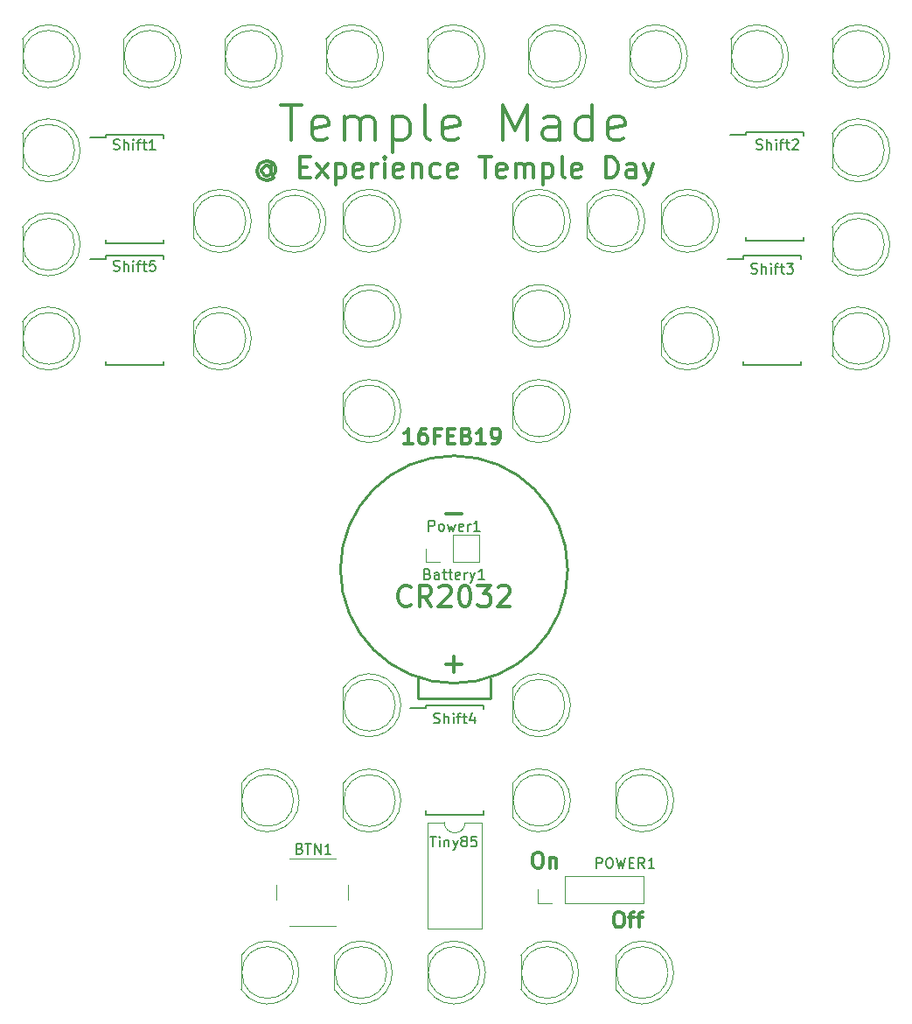
<source format=gbr>
G04 #@! TF.GenerationSoftware,KiCad,Pcbnew,(5.0.0)*
G04 #@! TF.CreationDate,2019-01-20T21:42:16-05:00*
G04 #@! TF.ProjectId,MiniTempleT,4D696E6954656D706C65542E6B696361,rev?*
G04 #@! TF.SameCoordinates,Original*
G04 #@! TF.FileFunction,Legend,Top*
G04 #@! TF.FilePolarity,Positive*
%FSLAX46Y46*%
G04 Gerber Fmt 4.6, Leading zero omitted, Abs format (unit mm)*
G04 Created by KiCad (PCBNEW (5.0.0)) date 01/20/19 21:42:16*
%MOMM*%
%LPD*%
G01*
G04 APERTURE LIST*
%ADD10C,0.300000*%
%ADD11C,0.350000*%
%ADD12C,0.120000*%
%ADD13C,0.250000*%
%ADD14C,0.150000*%
G04 APERTURE END LIST*
D10*
X167214285Y-95428571D02*
X166357142Y-95428571D01*
X166785714Y-95428571D02*
X166785714Y-93928571D01*
X166642857Y-94142857D01*
X166500000Y-94285714D01*
X166357142Y-94357142D01*
X168500000Y-93928571D02*
X168214285Y-93928571D01*
X168071428Y-94000000D01*
X168000000Y-94071428D01*
X167857142Y-94285714D01*
X167785714Y-94571428D01*
X167785714Y-95142857D01*
X167857142Y-95285714D01*
X167928571Y-95357142D01*
X168071428Y-95428571D01*
X168357142Y-95428571D01*
X168500000Y-95357142D01*
X168571428Y-95285714D01*
X168642857Y-95142857D01*
X168642857Y-94785714D01*
X168571428Y-94642857D01*
X168500000Y-94571428D01*
X168357142Y-94500000D01*
X168071428Y-94500000D01*
X167928571Y-94571428D01*
X167857142Y-94642857D01*
X167785714Y-94785714D01*
X169785714Y-94642857D02*
X169285714Y-94642857D01*
X169285714Y-95428571D02*
X169285714Y-93928571D01*
X170000000Y-93928571D01*
X170571428Y-94642857D02*
X171071428Y-94642857D01*
X171285714Y-95428571D02*
X170571428Y-95428571D01*
X170571428Y-93928571D01*
X171285714Y-93928571D01*
X172428571Y-94642857D02*
X172642857Y-94714285D01*
X172714285Y-94785714D01*
X172785714Y-94928571D01*
X172785714Y-95142857D01*
X172714285Y-95285714D01*
X172642857Y-95357142D01*
X172500000Y-95428571D01*
X171928571Y-95428571D01*
X171928571Y-93928571D01*
X172428571Y-93928571D01*
X172571428Y-94000000D01*
X172642857Y-94071428D01*
X172714285Y-94214285D01*
X172714285Y-94357142D01*
X172642857Y-94500000D01*
X172571428Y-94571428D01*
X172428571Y-94642857D01*
X171928571Y-94642857D01*
X174214285Y-95428571D02*
X173357142Y-95428571D01*
X173785714Y-95428571D02*
X173785714Y-93928571D01*
X173642857Y-94142857D01*
X173500000Y-94285714D01*
X173357142Y-94357142D01*
X174928571Y-95428571D02*
X175214285Y-95428571D01*
X175357142Y-95357142D01*
X175428571Y-95285714D01*
X175571428Y-95071428D01*
X175642857Y-94785714D01*
X175642857Y-94214285D01*
X175571428Y-94071428D01*
X175500000Y-94000000D01*
X175357142Y-93928571D01*
X175071428Y-93928571D01*
X174928571Y-94000000D01*
X174857142Y-94071428D01*
X174785714Y-94214285D01*
X174785714Y-94571428D01*
X174857142Y-94714285D01*
X174928571Y-94785714D01*
X175071428Y-94857142D01*
X175357142Y-94857142D01*
X175500000Y-94785714D01*
X175571428Y-94714285D01*
X175642857Y-94571428D01*
X153440476Y-68702380D02*
X153345238Y-68607142D01*
X153154761Y-68511904D01*
X152964285Y-68511904D01*
X152773809Y-68607142D01*
X152678571Y-68702380D01*
X152583333Y-68892857D01*
X152583333Y-69083333D01*
X152678571Y-69273809D01*
X152773809Y-69369047D01*
X152964285Y-69464285D01*
X153154761Y-69464285D01*
X153345238Y-69369047D01*
X153440476Y-69273809D01*
X153440476Y-68511904D02*
X153440476Y-69273809D01*
X153535714Y-69369047D01*
X153630952Y-69369047D01*
X153821428Y-69273809D01*
X153916666Y-69083333D01*
X153916666Y-68607142D01*
X153726190Y-68321428D01*
X153440476Y-68130952D01*
X153059523Y-68035714D01*
X152678571Y-68130952D01*
X152392857Y-68321428D01*
X152202380Y-68607142D01*
X152107142Y-68988095D01*
X152202380Y-69369047D01*
X152392857Y-69654761D01*
X152678571Y-69845238D01*
X153059523Y-69940476D01*
X153440476Y-69845238D01*
X153726190Y-69654761D01*
X156297619Y-68607142D02*
X156964285Y-68607142D01*
X157250000Y-69654761D02*
X156297619Y-69654761D01*
X156297619Y-67654761D01*
X157250000Y-67654761D01*
X157916666Y-69654761D02*
X158964285Y-68321428D01*
X157916666Y-68321428D02*
X158964285Y-69654761D01*
X159726190Y-68321428D02*
X159726190Y-70321428D01*
X159726190Y-68416666D02*
X159916666Y-68321428D01*
X160297619Y-68321428D01*
X160488095Y-68416666D01*
X160583333Y-68511904D01*
X160678571Y-68702380D01*
X160678571Y-69273809D01*
X160583333Y-69464285D01*
X160488095Y-69559523D01*
X160297619Y-69654761D01*
X159916666Y-69654761D01*
X159726190Y-69559523D01*
X162297619Y-69559523D02*
X162107142Y-69654761D01*
X161726190Y-69654761D01*
X161535714Y-69559523D01*
X161440476Y-69369047D01*
X161440476Y-68607142D01*
X161535714Y-68416666D01*
X161726190Y-68321428D01*
X162107142Y-68321428D01*
X162297619Y-68416666D01*
X162392857Y-68607142D01*
X162392857Y-68797619D01*
X161440476Y-68988095D01*
X163250000Y-69654761D02*
X163250000Y-68321428D01*
X163250000Y-68702380D02*
X163345238Y-68511904D01*
X163440476Y-68416666D01*
X163630952Y-68321428D01*
X163821428Y-68321428D01*
X164488095Y-69654761D02*
X164488095Y-68321428D01*
X164488095Y-67654761D02*
X164392857Y-67750000D01*
X164488095Y-67845238D01*
X164583333Y-67750000D01*
X164488095Y-67654761D01*
X164488095Y-67845238D01*
X166202380Y-69559523D02*
X166011904Y-69654761D01*
X165630952Y-69654761D01*
X165440476Y-69559523D01*
X165345238Y-69369047D01*
X165345238Y-68607142D01*
X165440476Y-68416666D01*
X165630952Y-68321428D01*
X166011904Y-68321428D01*
X166202380Y-68416666D01*
X166297619Y-68607142D01*
X166297619Y-68797619D01*
X165345238Y-68988095D01*
X167154761Y-68321428D02*
X167154761Y-69654761D01*
X167154761Y-68511904D02*
X167250000Y-68416666D01*
X167440476Y-68321428D01*
X167726190Y-68321428D01*
X167916666Y-68416666D01*
X168011904Y-68607142D01*
X168011904Y-69654761D01*
X169821428Y-69559523D02*
X169630952Y-69654761D01*
X169250000Y-69654761D01*
X169059523Y-69559523D01*
X168964285Y-69464285D01*
X168869047Y-69273809D01*
X168869047Y-68702380D01*
X168964285Y-68511904D01*
X169059523Y-68416666D01*
X169250000Y-68321428D01*
X169630952Y-68321428D01*
X169821428Y-68416666D01*
X171440476Y-69559523D02*
X171250000Y-69654761D01*
X170869047Y-69654761D01*
X170678571Y-69559523D01*
X170583333Y-69369047D01*
X170583333Y-68607142D01*
X170678571Y-68416666D01*
X170869047Y-68321428D01*
X171250000Y-68321428D01*
X171440476Y-68416666D01*
X171535714Y-68607142D01*
X171535714Y-68797619D01*
X170583333Y-68988095D01*
X173630952Y-67654761D02*
X174773809Y-67654761D01*
X174202380Y-69654761D02*
X174202380Y-67654761D01*
X176202380Y-69559523D02*
X176011904Y-69654761D01*
X175630952Y-69654761D01*
X175440476Y-69559523D01*
X175345238Y-69369047D01*
X175345238Y-68607142D01*
X175440476Y-68416666D01*
X175630952Y-68321428D01*
X176011904Y-68321428D01*
X176202380Y-68416666D01*
X176297619Y-68607142D01*
X176297619Y-68797619D01*
X175345238Y-68988095D01*
X177154761Y-69654761D02*
X177154761Y-68321428D01*
X177154761Y-68511904D02*
X177250000Y-68416666D01*
X177440476Y-68321428D01*
X177726190Y-68321428D01*
X177916666Y-68416666D01*
X178011904Y-68607142D01*
X178011904Y-69654761D01*
X178011904Y-68607142D02*
X178107142Y-68416666D01*
X178297619Y-68321428D01*
X178583333Y-68321428D01*
X178773809Y-68416666D01*
X178869047Y-68607142D01*
X178869047Y-69654761D01*
X179821428Y-68321428D02*
X179821428Y-70321428D01*
X179821428Y-68416666D02*
X180011904Y-68321428D01*
X180392857Y-68321428D01*
X180583333Y-68416666D01*
X180678571Y-68511904D01*
X180773809Y-68702380D01*
X180773809Y-69273809D01*
X180678571Y-69464285D01*
X180583333Y-69559523D01*
X180392857Y-69654761D01*
X180011904Y-69654761D01*
X179821428Y-69559523D01*
X181916666Y-69654761D02*
X181726190Y-69559523D01*
X181630952Y-69369047D01*
X181630952Y-67654761D01*
X183440476Y-69559523D02*
X183250000Y-69654761D01*
X182869047Y-69654761D01*
X182678571Y-69559523D01*
X182583333Y-69369047D01*
X182583333Y-68607142D01*
X182678571Y-68416666D01*
X182869047Y-68321428D01*
X183250000Y-68321428D01*
X183440476Y-68416666D01*
X183535714Y-68607142D01*
X183535714Y-68797619D01*
X182583333Y-68988095D01*
X185916666Y-69654761D02*
X185916666Y-67654761D01*
X186392857Y-67654761D01*
X186678571Y-67750000D01*
X186869047Y-67940476D01*
X186964285Y-68130952D01*
X187059523Y-68511904D01*
X187059523Y-68797619D01*
X186964285Y-69178571D01*
X186869047Y-69369047D01*
X186678571Y-69559523D01*
X186392857Y-69654761D01*
X185916666Y-69654761D01*
X188773809Y-69654761D02*
X188773809Y-68607142D01*
X188678571Y-68416666D01*
X188488095Y-68321428D01*
X188107142Y-68321428D01*
X187916666Y-68416666D01*
X188773809Y-69559523D02*
X188583333Y-69654761D01*
X188107142Y-69654761D01*
X187916666Y-69559523D01*
X187821428Y-69369047D01*
X187821428Y-69178571D01*
X187916666Y-68988095D01*
X188107142Y-68892857D01*
X188583333Y-68892857D01*
X188773809Y-68797619D01*
X189535714Y-68321428D02*
X190011904Y-69654761D01*
X190488095Y-68321428D02*
X190011904Y-69654761D01*
X189821428Y-70130952D01*
X189726190Y-70226190D01*
X189535714Y-70321428D01*
D11*
X154416666Y-62638095D02*
X156416666Y-62638095D01*
X155416666Y-66038095D02*
X155416666Y-62638095D01*
X158916666Y-65876190D02*
X158583333Y-66038095D01*
X157916666Y-66038095D01*
X157583333Y-65876190D01*
X157416666Y-65552380D01*
X157416666Y-64257142D01*
X157583333Y-63933333D01*
X157916666Y-63771428D01*
X158583333Y-63771428D01*
X158916666Y-63933333D01*
X159083333Y-64257142D01*
X159083333Y-64580952D01*
X157416666Y-64904761D01*
X160583333Y-66038095D02*
X160583333Y-63771428D01*
X160583333Y-64095238D02*
X160750000Y-63933333D01*
X161083333Y-63771428D01*
X161583333Y-63771428D01*
X161916666Y-63933333D01*
X162083333Y-64257142D01*
X162083333Y-66038095D01*
X162083333Y-64257142D02*
X162250000Y-63933333D01*
X162583333Y-63771428D01*
X163083333Y-63771428D01*
X163416666Y-63933333D01*
X163583333Y-64257142D01*
X163583333Y-66038095D01*
X165250000Y-63771428D02*
X165250000Y-67171428D01*
X165250000Y-63933333D02*
X165583333Y-63771428D01*
X166250000Y-63771428D01*
X166583333Y-63933333D01*
X166750000Y-64095238D01*
X166916666Y-64419047D01*
X166916666Y-65390476D01*
X166750000Y-65714285D01*
X166583333Y-65876190D01*
X166250000Y-66038095D01*
X165583333Y-66038095D01*
X165250000Y-65876190D01*
X168916666Y-66038095D02*
X168583333Y-65876190D01*
X168416666Y-65552380D01*
X168416666Y-62638095D01*
X171583333Y-65876190D02*
X171250000Y-66038095D01*
X170583333Y-66038095D01*
X170250000Y-65876190D01*
X170083333Y-65552380D01*
X170083333Y-64257142D01*
X170250000Y-63933333D01*
X170583333Y-63771428D01*
X171250000Y-63771428D01*
X171583333Y-63933333D01*
X171750000Y-64257142D01*
X171750000Y-64580952D01*
X170083333Y-64904761D01*
X175916666Y-66038095D02*
X175916666Y-62638095D01*
X177083333Y-65066666D01*
X178250000Y-62638095D01*
X178250000Y-66038095D01*
X181416666Y-66038095D02*
X181416666Y-64257142D01*
X181250000Y-63933333D01*
X180916666Y-63771428D01*
X180250000Y-63771428D01*
X179916666Y-63933333D01*
X181416666Y-65876190D02*
X181083333Y-66038095D01*
X180250000Y-66038095D01*
X179916666Y-65876190D01*
X179750000Y-65552380D01*
X179750000Y-65228571D01*
X179916666Y-64904761D01*
X180250000Y-64742857D01*
X181083333Y-64742857D01*
X181416666Y-64580952D01*
X184583333Y-66038095D02*
X184583333Y-62638095D01*
X184583333Y-65876190D02*
X184250000Y-66038095D01*
X183583333Y-66038095D01*
X183250000Y-65876190D01*
X183083333Y-65714285D01*
X182916666Y-65390476D01*
X182916666Y-64419047D01*
X183083333Y-64095238D01*
X183250000Y-63933333D01*
X183583333Y-63771428D01*
X184250000Y-63771428D01*
X184583333Y-63933333D01*
X187583333Y-65876190D02*
X187250000Y-66038095D01*
X186583333Y-66038095D01*
X186250000Y-65876190D01*
X186083333Y-65552380D01*
X186083333Y-64257142D01*
X186250000Y-63933333D01*
X186583333Y-63771428D01*
X187250000Y-63771428D01*
X187583333Y-63933333D01*
X187750000Y-64257142D01*
X187750000Y-64580952D01*
X186083333Y-64904761D01*
D10*
X179178571Y-134928571D02*
X179464285Y-134928571D01*
X179607142Y-135000000D01*
X179750000Y-135142857D01*
X179821428Y-135428571D01*
X179821428Y-135928571D01*
X179750000Y-136214285D01*
X179607142Y-136357142D01*
X179464285Y-136428571D01*
X179178571Y-136428571D01*
X179035714Y-136357142D01*
X178892857Y-136214285D01*
X178821428Y-135928571D01*
X178821428Y-135428571D01*
X178892857Y-135142857D01*
X179035714Y-135000000D01*
X179178571Y-134928571D01*
X180464285Y-135428571D02*
X180464285Y-136428571D01*
X180464285Y-135571428D02*
X180535714Y-135500000D01*
X180678571Y-135428571D01*
X180892857Y-135428571D01*
X181035714Y-135500000D01*
X181107142Y-135642857D01*
X181107142Y-136428571D01*
X187000000Y-140678571D02*
X187285714Y-140678571D01*
X187428571Y-140750000D01*
X187571428Y-140892857D01*
X187642857Y-141178571D01*
X187642857Y-141678571D01*
X187571428Y-141964285D01*
X187428571Y-142107142D01*
X187285714Y-142178571D01*
X187000000Y-142178571D01*
X186857142Y-142107142D01*
X186714285Y-141964285D01*
X186642857Y-141678571D01*
X186642857Y-141178571D01*
X186714285Y-140892857D01*
X186857142Y-140750000D01*
X187000000Y-140678571D01*
X188071428Y-141178571D02*
X188642857Y-141178571D01*
X188285714Y-142178571D02*
X188285714Y-140892857D01*
X188357142Y-140750000D01*
X188500000Y-140678571D01*
X188642857Y-140678571D01*
X188928571Y-141178571D02*
X189500000Y-141178571D01*
X189142857Y-142178571D02*
X189142857Y-140892857D01*
X189214285Y-140750000D01*
X189357142Y-140678571D01*
X189500000Y-140678571D01*
D12*
G04 #@! TO.C,Tiny85*
X172260000Y-132038000D02*
G75*
G02X170260000Y-132038000I-1000000J0D01*
G01*
X170260000Y-132038000D02*
X168610000Y-132038000D01*
X168610000Y-132038000D02*
X168610000Y-142318000D01*
X168610000Y-142318000D02*
X173910000Y-142318000D01*
X173910000Y-142318000D02*
X173910000Y-132038000D01*
X173910000Y-132038000D02*
X172260000Y-132038000D01*
G04 #@! TO.C,BTN1*
X155215000Y-142040000D02*
X159715000Y-142040000D01*
X153965000Y-138040000D02*
X153965000Y-139540000D01*
X159715000Y-135540000D02*
X155215000Y-135540000D01*
X160965000Y-139540000D02*
X160965000Y-138040000D01*
D13*
G04 #@! TO.C,Battery1*
X171196000Y-120069000D02*
X167696000Y-120069000D01*
X167696000Y-120069000D02*
X167696000Y-118069000D01*
X171196000Y-120069000D02*
X174196000Y-120069000D01*
X174196000Y-120069000D02*
X174696000Y-120069000D01*
X174696000Y-120069000D02*
X174696000Y-118069000D01*
X182196000Y-107569000D02*
G75*
G03X182196000Y-107569000I-11000000J0D01*
G01*
D12*
G04 #@! TO.C,Power1*
X173669000Y-106867000D02*
X173669000Y-104207000D01*
X171069000Y-106867000D02*
X173669000Y-106867000D01*
X171069000Y-104207000D02*
X173669000Y-104207000D01*
X171069000Y-106867000D02*
X171069000Y-104207000D01*
X169799000Y-106867000D02*
X168469000Y-106867000D01*
X168469000Y-106867000D02*
X168469000Y-105537000D01*
G04 #@! TO.C,D1*
X134992999Y-85218958D02*
G75*
G03X129393000Y-83577488I-3039999J1958D01*
G01*
X134992999Y-85215042D02*
G75*
G02X129393000Y-86856512I-3039999J-1958D01*
G01*
X134453000Y-85217000D02*
G75*
G03X134453000Y-85217000I-2500000J0D01*
G01*
X129393000Y-83577000D02*
X129393000Y-86857000D01*
G04 #@! TO.C,D2*
X129393000Y-74477000D02*
X129393000Y-77757000D01*
X134453000Y-76117000D02*
G75*
G03X134453000Y-76117000I-2500000J0D01*
G01*
X134992999Y-76115042D02*
G75*
G02X129393000Y-77756512I-3039999J-1958D01*
G01*
X134992999Y-76118958D02*
G75*
G03X129393000Y-74477488I-3039999J1958D01*
G01*
G04 #@! TO.C,D3*
X129393000Y-65377000D02*
X129393000Y-68657000D01*
X134453000Y-67017000D02*
G75*
G03X134453000Y-67017000I-2500000J0D01*
G01*
X134992999Y-67015042D02*
G75*
G02X129393000Y-68656512I-3039999J-1958D01*
G01*
X134992999Y-67018958D02*
G75*
G03X129393000Y-65377488I-3039999J1958D01*
G01*
G04 #@! TO.C,D4*
X129393000Y-56277000D02*
X129393000Y-59557000D01*
X134453000Y-57917000D02*
G75*
G03X134453000Y-57917000I-2500000J0D01*
G01*
X134992999Y-57915042D02*
G75*
G02X129393000Y-59556512I-3039999J-1958D01*
G01*
X134992999Y-57918958D02*
G75*
G03X129393000Y-56277488I-3039999J1958D01*
G01*
G04 #@! TO.C,D5*
X144792999Y-57918958D02*
G75*
G03X139193000Y-56277488I-3039999J1958D01*
G01*
X144792999Y-57915042D02*
G75*
G02X139193000Y-59556512I-3039999J-1958D01*
G01*
X144253000Y-57917000D02*
G75*
G03X144253000Y-57917000I-2500000J0D01*
G01*
X139193000Y-56277000D02*
X139193000Y-59557000D01*
G04 #@! TO.C,D6*
X148993000Y-56277000D02*
X148993000Y-59557000D01*
X154053000Y-57917000D02*
G75*
G03X154053000Y-57917000I-2500000J0D01*
G01*
X154592999Y-57915042D02*
G75*
G02X148993000Y-59556512I-3039999J-1958D01*
G01*
X154592999Y-57918958D02*
G75*
G03X148993000Y-56277488I-3039999J1958D01*
G01*
G04 #@! TO.C,D7*
X164392999Y-57918958D02*
G75*
G03X158793000Y-56277488I-3039999J1958D01*
G01*
X164392999Y-57915042D02*
G75*
G02X158793000Y-59556512I-3039999J-1958D01*
G01*
X163853000Y-57917000D02*
G75*
G03X163853000Y-57917000I-2500000J0D01*
G01*
X158793000Y-56277000D02*
X158793000Y-59557000D01*
G04 #@! TO.C,D8*
X174192999Y-57918958D02*
G75*
G03X168593000Y-56277488I-3039999J1958D01*
G01*
X174192999Y-57915042D02*
G75*
G02X168593000Y-59556512I-3039999J-1958D01*
G01*
X173653000Y-57917000D02*
G75*
G03X173653000Y-57917000I-2500000J0D01*
G01*
X168593000Y-56277000D02*
X168593000Y-59557000D01*
G04 #@! TO.C,D9*
X178393000Y-56277000D02*
X178393000Y-59557000D01*
X183453000Y-57917000D02*
G75*
G03X183453000Y-57917000I-2500000J0D01*
G01*
X183992999Y-57915042D02*
G75*
G02X178393000Y-59556512I-3039999J-1958D01*
G01*
X183992999Y-57918958D02*
G75*
G03X178393000Y-56277488I-3039999J1958D01*
G01*
G04 #@! TO.C,D10*
X188193000Y-56277000D02*
X188193000Y-59557000D01*
X193253000Y-57917000D02*
G75*
G03X193253000Y-57917000I-2500000J0D01*
G01*
X193792999Y-57915042D02*
G75*
G02X188193000Y-59556512I-3039999J-1958D01*
G01*
X193792999Y-57918958D02*
G75*
G03X188193000Y-56277488I-3039999J1958D01*
G01*
G04 #@! TO.C,D11*
X203592999Y-57918958D02*
G75*
G03X197993000Y-56277488I-3039999J1958D01*
G01*
X203592999Y-57915042D02*
G75*
G02X197993000Y-59556512I-3039999J-1958D01*
G01*
X203053000Y-57917000D02*
G75*
G03X203053000Y-57917000I-2500000J0D01*
G01*
X197993000Y-56277000D02*
X197993000Y-59557000D01*
G04 #@! TO.C,D12*
X207793000Y-56277000D02*
X207793000Y-59557000D01*
X212853000Y-57917000D02*
G75*
G03X212853000Y-57917000I-2500000J0D01*
G01*
X213392999Y-57915042D02*
G75*
G02X207793000Y-59556512I-3039999J-1958D01*
G01*
X213392999Y-57918958D02*
G75*
G03X207793000Y-56277488I-3039999J1958D01*
G01*
G04 #@! TO.C,D13*
X213392999Y-67018958D02*
G75*
G03X207793000Y-65377488I-3039999J1958D01*
G01*
X213392999Y-67015042D02*
G75*
G02X207793000Y-68656512I-3039999J-1958D01*
G01*
X212853000Y-67017000D02*
G75*
G03X212853000Y-67017000I-2500000J0D01*
G01*
X207793000Y-65377000D02*
X207793000Y-68657000D01*
G04 #@! TO.C,D14*
X207793000Y-74477000D02*
X207793000Y-77757000D01*
X212853000Y-76117000D02*
G75*
G03X212853000Y-76117000I-2500000J0D01*
G01*
X213392999Y-76115042D02*
G75*
G02X207793000Y-77756512I-3039999J-1958D01*
G01*
X213392999Y-76118958D02*
G75*
G03X207793000Y-74477488I-3039999J1958D01*
G01*
G04 #@! TO.C,D15*
X213392999Y-85218958D02*
G75*
G03X207793000Y-83577488I-3039999J1958D01*
G01*
X213392999Y-85215042D02*
G75*
G02X207793000Y-86856512I-3039999J-1958D01*
G01*
X212853000Y-85217000D02*
G75*
G03X212853000Y-85217000I-2500000J0D01*
G01*
X207793000Y-83577000D02*
X207793000Y-86857000D01*
G04 #@! TO.C,D16*
X191267000Y-83577000D02*
X191267000Y-86857000D01*
X196327000Y-85217000D02*
G75*
G03X196327000Y-85217000I-2500000J0D01*
G01*
X196866999Y-85215042D02*
G75*
G02X191267000Y-86856512I-3039999J-1958D01*
G01*
X196866999Y-85218958D02*
G75*
G03X191267000Y-83577488I-3039999J1958D01*
G01*
G04 #@! TO.C,D17*
X191267000Y-72197800D02*
X191267000Y-75477800D01*
X196327000Y-73837800D02*
G75*
G03X196327000Y-73837800I-2500000J0D01*
G01*
X196866999Y-73835842D02*
G75*
G02X191267000Y-75477312I-3039999J-1958D01*
G01*
X196866999Y-73839758D02*
G75*
G03X191267000Y-72198288I-3039999J1958D01*
G01*
G04 #@! TO.C,D18*
X189678999Y-73839758D02*
G75*
G03X184079000Y-72198288I-3039999J1958D01*
G01*
X189678999Y-73835842D02*
G75*
G02X184079000Y-75477312I-3039999J-1958D01*
G01*
X189139000Y-73837800D02*
G75*
G03X189139000Y-73837800I-2500000J0D01*
G01*
X184079000Y-72197800D02*
X184079000Y-75477800D01*
G04 #@! TO.C,D19*
X176866000Y-72197800D02*
X176866000Y-75477800D01*
X181926000Y-73837800D02*
G75*
G03X181926000Y-73837800I-2500000J0D01*
G01*
X182465999Y-73835842D02*
G75*
G02X176866000Y-75477312I-3039999J-1958D01*
G01*
X182465999Y-73839758D02*
G75*
G03X176866000Y-72198288I-3039999J1958D01*
G01*
G04 #@! TO.C,D20*
X182465999Y-83039758D02*
G75*
G03X176866000Y-81398288I-3039999J1958D01*
G01*
X182465999Y-83035842D02*
G75*
G02X176866000Y-84677312I-3039999J-1958D01*
G01*
X181926000Y-83037800D02*
G75*
G03X181926000Y-83037800I-2500000J0D01*
G01*
X176866000Y-81397800D02*
X176866000Y-84677800D01*
G04 #@! TO.C,D21*
X176866000Y-90597800D02*
X176866000Y-93877800D01*
X181926000Y-92237800D02*
G75*
G03X181926000Y-92237800I-2500000J0D01*
G01*
X182465999Y-92235842D02*
G75*
G02X176866000Y-93877312I-3039999J-1958D01*
G01*
X182465999Y-92239758D02*
G75*
G03X176866000Y-90598288I-3039999J1958D01*
G01*
G04 #@! TO.C,D22*
X182465999Y-120700958D02*
G75*
G03X176866000Y-119059488I-3039999J1958D01*
G01*
X182465999Y-120697042D02*
G75*
G02X176866000Y-122338512I-3039999J-1958D01*
G01*
X181926000Y-120699000D02*
G75*
G03X181926000Y-120699000I-2500000J0D01*
G01*
X176866000Y-119059000D02*
X176866000Y-122339000D01*
G04 #@! TO.C,D23*
X176866000Y-128259000D02*
X176866000Y-131539000D01*
X181926000Y-129899000D02*
G75*
G03X181926000Y-129899000I-2500000J0D01*
G01*
X182465999Y-129897042D02*
G75*
G02X176866000Y-131538512I-3039999J-1958D01*
G01*
X182465999Y-129900958D02*
G75*
G03X176866000Y-128259488I-3039999J1958D01*
G01*
G04 #@! TO.C,D24*
X192465999Y-129900958D02*
G75*
G03X186866000Y-128259488I-3039999J1958D01*
G01*
X192465999Y-129897042D02*
G75*
G02X186866000Y-131538512I-3039999J-1958D01*
G01*
X191926000Y-129899000D02*
G75*
G03X191926000Y-129899000I-2500000J0D01*
G01*
X186866000Y-128259000D02*
X186866000Y-131539000D01*
G04 #@! TO.C,D25*
X186860000Y-144918000D02*
X186860000Y-148198000D01*
X191920000Y-146558000D02*
G75*
G03X191920000Y-146558000I-2500000J0D01*
G01*
X192459999Y-146556042D02*
G75*
G02X186860000Y-148197512I-3039999J-1958D01*
G01*
X192459999Y-146559958D02*
G75*
G03X186860000Y-144918488I-3039999J1958D01*
G01*
G04 #@! TO.C,D26*
X183259999Y-146559958D02*
G75*
G03X177660000Y-144918488I-3039999J1958D01*
G01*
X183259999Y-146556042D02*
G75*
G02X177660000Y-148197512I-3039999J-1958D01*
G01*
X182720000Y-146558000D02*
G75*
G03X182720000Y-146558000I-2500000J0D01*
G01*
X177660000Y-144918000D02*
X177660000Y-148198000D01*
G04 #@! TO.C,D27*
X168636000Y-144918000D02*
X168636000Y-148198000D01*
X173696000Y-146558000D02*
G75*
G03X173696000Y-146558000I-2500000J0D01*
G01*
X174235999Y-146556042D02*
G75*
G02X168636000Y-148197512I-3039999J-1958D01*
G01*
X174235999Y-146559958D02*
G75*
G03X168636000Y-144918488I-3039999J1958D01*
G01*
G04 #@! TO.C,D28*
X165211999Y-146559958D02*
G75*
G03X159612000Y-144918488I-3039999J1958D01*
G01*
X165211999Y-146556042D02*
G75*
G02X159612000Y-148197512I-3039999J-1958D01*
G01*
X164672000Y-146558000D02*
G75*
G03X164672000Y-146558000I-2500000J0D01*
G01*
X159612000Y-144918000D02*
X159612000Y-148198000D01*
G04 #@! TO.C,D29*
X156186999Y-146559958D02*
G75*
G03X150587000Y-144918488I-3039999J1958D01*
G01*
X156186999Y-146556042D02*
G75*
G02X150587000Y-148197512I-3039999J-1958D01*
G01*
X155647000Y-146558000D02*
G75*
G03X155647000Y-146558000I-2500000J0D01*
G01*
X150587000Y-144918000D02*
X150587000Y-148198000D01*
G04 #@! TO.C,D30*
X156186999Y-129900958D02*
G75*
G03X150587000Y-128259488I-3039999J1958D01*
G01*
X156186999Y-129897042D02*
G75*
G02X150587000Y-131538512I-3039999J-1958D01*
G01*
X155647000Y-129899000D02*
G75*
G03X155647000Y-129899000I-2500000J0D01*
G01*
X150587000Y-128259000D02*
X150587000Y-131539000D01*
G04 #@! TO.C,D31*
X160444000Y-128281000D02*
X160444000Y-131561000D01*
X165504000Y-129921000D02*
G75*
G03X165504000Y-129921000I-2500000J0D01*
G01*
X166043999Y-129919042D02*
G75*
G02X160444000Y-131560512I-3039999J-1958D01*
G01*
X166043999Y-129922958D02*
G75*
G03X160444000Y-128281488I-3039999J1958D01*
G01*
G04 #@! TO.C,D32*
X166043999Y-120700958D02*
G75*
G03X160444000Y-119059488I-3039999J1958D01*
G01*
X166043999Y-120697042D02*
G75*
G02X160444000Y-122338512I-3039999J-1958D01*
G01*
X165504000Y-120699000D02*
G75*
G03X165504000Y-120699000I-2500000J0D01*
G01*
X160444000Y-119059000D02*
X160444000Y-122339000D01*
G04 #@! TO.C,D33*
X160444000Y-90597800D02*
X160444000Y-93877800D01*
X165504000Y-92237800D02*
G75*
G03X165504000Y-92237800I-2500000J0D01*
G01*
X166043999Y-92235842D02*
G75*
G02X160444000Y-93877312I-3039999J-1958D01*
G01*
X166043999Y-92239758D02*
G75*
G03X160444000Y-90598288I-3039999J1958D01*
G01*
G04 #@! TO.C,D34*
X166043999Y-83039758D02*
G75*
G03X160444000Y-81398288I-3039999J1958D01*
G01*
X166043999Y-83035842D02*
G75*
G02X160444000Y-84677312I-3039999J-1958D01*
G01*
X165504000Y-83037800D02*
G75*
G03X165504000Y-83037800I-2500000J0D01*
G01*
X160444000Y-81397800D02*
X160444000Y-84677800D01*
G04 #@! TO.C,D35*
X160444000Y-72197800D02*
X160444000Y-75477800D01*
X165504000Y-73837800D02*
G75*
G03X165504000Y-73837800I-2500000J0D01*
G01*
X166043999Y-73835842D02*
G75*
G02X160444000Y-75477312I-3039999J-1958D01*
G01*
X166043999Y-73839758D02*
G75*
G03X160444000Y-72198288I-3039999J1958D01*
G01*
G04 #@! TO.C,D36*
X158805999Y-73852458D02*
G75*
G03X153206000Y-72210988I-3039999J1958D01*
G01*
X158805999Y-73848542D02*
G75*
G02X153206000Y-75490012I-3039999J-1958D01*
G01*
X158266000Y-73850500D02*
G75*
G03X158266000Y-73850500I-2500000J0D01*
G01*
X153206000Y-72210500D02*
X153206000Y-75490500D01*
G04 #@! TO.C,D37*
X145966000Y-72210500D02*
X145966000Y-75490500D01*
X151026000Y-73850500D02*
G75*
G03X151026000Y-73850500I-2500000J0D01*
G01*
X151565999Y-73848542D02*
G75*
G02X145966000Y-75490012I-3039999J-1958D01*
G01*
X151565999Y-73852458D02*
G75*
G03X145966000Y-72210988I-3039999J1958D01*
G01*
G04 #@! TO.C,D38*
X151565999Y-85218958D02*
G75*
G03X145966000Y-83577488I-3039999J1958D01*
G01*
X151565999Y-85215042D02*
G75*
G02X145966000Y-86856512I-3039999J-1958D01*
G01*
X151026000Y-85217000D02*
G75*
G03X151026000Y-85217000I-2500000J0D01*
G01*
X145966000Y-83577000D02*
X145966000Y-86857000D01*
G04 #@! TO.C,POWER1*
X179300000Y-139870000D02*
X179300000Y-138540000D01*
X180630000Y-139870000D02*
X179300000Y-139870000D01*
X181900000Y-139870000D02*
X181900000Y-137210000D01*
X181900000Y-137210000D02*
X189580000Y-137210000D01*
X181900000Y-139870000D02*
X189580000Y-139870000D01*
X189580000Y-139870000D02*
X189580000Y-137210000D01*
D14*
G04 #@! TO.C,Shift1*
X137475000Y-65475000D02*
X137475000Y-65750000D01*
X143025000Y-65475000D02*
X143025000Y-65830000D01*
X143025000Y-76025000D02*
X143025000Y-75670000D01*
X137475000Y-76025000D02*
X137475000Y-75670000D01*
X137475000Y-65475000D02*
X143025000Y-65475000D01*
X137475000Y-76025000D02*
X143025000Y-76025000D01*
X137475000Y-65750000D02*
X135950000Y-65750000D01*
G04 #@! TO.C,Shift2*
X199475000Y-65225000D02*
X199475000Y-65500000D01*
X205025000Y-65225000D02*
X205025000Y-65580000D01*
X205025000Y-75775000D02*
X205025000Y-75420000D01*
X199475000Y-75775000D02*
X199475000Y-75420000D01*
X199475000Y-65225000D02*
X205025000Y-65225000D01*
X199475000Y-75775000D02*
X205025000Y-75775000D01*
X199475000Y-65500000D02*
X197950000Y-65500000D01*
G04 #@! TO.C,Shift3*
X199225000Y-77500000D02*
X197700000Y-77500000D01*
X199225000Y-87775000D02*
X204775000Y-87775000D01*
X199225000Y-77225000D02*
X204775000Y-77225000D01*
X199225000Y-87775000D02*
X199225000Y-87420000D01*
X204775000Y-87775000D02*
X204775000Y-87420000D01*
X204775000Y-77225000D02*
X204775000Y-77580000D01*
X199225000Y-77225000D02*
X199225000Y-77500000D01*
G04 #@! TO.C,Shift4*
X168475000Y-121000000D02*
X166950000Y-121000000D01*
X168475000Y-131275000D02*
X174025000Y-131275000D01*
X168475000Y-120725000D02*
X174025000Y-120725000D01*
X168475000Y-131275000D02*
X168475000Y-130920000D01*
X174025000Y-131275000D02*
X174025000Y-130920000D01*
X174025000Y-120725000D02*
X174025000Y-121080000D01*
X168475000Y-120725000D02*
X168475000Y-121000000D01*
G04 #@! TO.C,Shift5*
X137475000Y-77500000D02*
X135950000Y-77500000D01*
X137475000Y-87775000D02*
X143025000Y-87775000D01*
X137475000Y-77225000D02*
X143025000Y-77225000D01*
X137475000Y-87775000D02*
X137475000Y-87420000D01*
X143025000Y-87775000D02*
X143025000Y-87420000D01*
X143025000Y-77225000D02*
X143025000Y-77580000D01*
X137475000Y-77225000D02*
X137475000Y-77500000D01*
G04 #@! TO.C,Tiny85*
X168886476Y-133392380D02*
X169457904Y-133392380D01*
X169172190Y-134392380D02*
X169172190Y-133392380D01*
X169791238Y-134392380D02*
X169791238Y-133725714D01*
X169791238Y-133392380D02*
X169743619Y-133440000D01*
X169791238Y-133487619D01*
X169838857Y-133440000D01*
X169791238Y-133392380D01*
X169791238Y-133487619D01*
X170267428Y-133725714D02*
X170267428Y-134392380D01*
X170267428Y-133820952D02*
X170315047Y-133773333D01*
X170410285Y-133725714D01*
X170553142Y-133725714D01*
X170648380Y-133773333D01*
X170696000Y-133868571D01*
X170696000Y-134392380D01*
X171076952Y-133725714D02*
X171315047Y-134392380D01*
X171553142Y-133725714D02*
X171315047Y-134392380D01*
X171219809Y-134630476D01*
X171172190Y-134678095D01*
X171076952Y-134725714D01*
X172076952Y-133820952D02*
X171981714Y-133773333D01*
X171934095Y-133725714D01*
X171886476Y-133630476D01*
X171886476Y-133582857D01*
X171934095Y-133487619D01*
X171981714Y-133440000D01*
X172076952Y-133392380D01*
X172267428Y-133392380D01*
X172362666Y-133440000D01*
X172410285Y-133487619D01*
X172457904Y-133582857D01*
X172457904Y-133630476D01*
X172410285Y-133725714D01*
X172362666Y-133773333D01*
X172267428Y-133820952D01*
X172076952Y-133820952D01*
X171981714Y-133868571D01*
X171934095Y-133916190D01*
X171886476Y-134011428D01*
X171886476Y-134201904D01*
X171934095Y-134297142D01*
X171981714Y-134344761D01*
X172076952Y-134392380D01*
X172267428Y-134392380D01*
X172362666Y-134344761D01*
X172410285Y-134297142D01*
X172457904Y-134201904D01*
X172457904Y-134011428D01*
X172410285Y-133916190D01*
X172362666Y-133868571D01*
X172267428Y-133820952D01*
X173362666Y-133392380D02*
X172886476Y-133392380D01*
X172838857Y-133868571D01*
X172886476Y-133820952D01*
X172981714Y-133773333D01*
X173219809Y-133773333D01*
X173315047Y-133820952D01*
X173362666Y-133868571D01*
X173410285Y-133963809D01*
X173410285Y-134201904D01*
X173362666Y-134297142D01*
X173315047Y-134344761D01*
X173219809Y-134392380D01*
X172981714Y-134392380D01*
X172886476Y-134344761D01*
X172838857Y-134297142D01*
G04 #@! TO.C,BTN1*
X156263356Y-134563571D02*
X156406213Y-134611190D01*
X156453832Y-134658809D01*
X156501451Y-134754047D01*
X156501451Y-134896904D01*
X156453832Y-134992142D01*
X156406213Y-135039761D01*
X156310975Y-135087380D01*
X155930022Y-135087380D01*
X155930022Y-134087380D01*
X156263356Y-134087380D01*
X156358594Y-134135000D01*
X156406213Y-134182619D01*
X156453832Y-134277857D01*
X156453832Y-134373095D01*
X156406213Y-134468333D01*
X156358594Y-134515952D01*
X156263356Y-134563571D01*
X155930022Y-134563571D01*
X156787165Y-134087380D02*
X157358594Y-134087380D01*
X157072880Y-135087380D02*
X157072880Y-134087380D01*
X157691927Y-135087380D02*
X157691927Y-134087380D01*
X158263356Y-135087380D01*
X158263356Y-134087380D01*
X159263356Y-135087380D02*
X158691927Y-135087380D01*
X158977641Y-135087380D02*
X158977641Y-134087380D01*
X158882403Y-134230238D01*
X158787165Y-134325476D01*
X158691927Y-134373095D01*
G04 #@! TO.C,Battery1*
X168648380Y-107997571D02*
X168791238Y-108045190D01*
X168838857Y-108092809D01*
X168886476Y-108188047D01*
X168886476Y-108330904D01*
X168838857Y-108426142D01*
X168791238Y-108473761D01*
X168696000Y-108521380D01*
X168315047Y-108521380D01*
X168315047Y-107521380D01*
X168648380Y-107521380D01*
X168743619Y-107569000D01*
X168791238Y-107616619D01*
X168838857Y-107711857D01*
X168838857Y-107807095D01*
X168791238Y-107902333D01*
X168743619Y-107949952D01*
X168648380Y-107997571D01*
X168315047Y-107997571D01*
X169743619Y-108521380D02*
X169743619Y-107997571D01*
X169696000Y-107902333D01*
X169600761Y-107854714D01*
X169410285Y-107854714D01*
X169315047Y-107902333D01*
X169743619Y-108473761D02*
X169648380Y-108521380D01*
X169410285Y-108521380D01*
X169315047Y-108473761D01*
X169267428Y-108378523D01*
X169267428Y-108283285D01*
X169315047Y-108188047D01*
X169410285Y-108140428D01*
X169648380Y-108140428D01*
X169743619Y-108092809D01*
X170076952Y-107854714D02*
X170457904Y-107854714D01*
X170219809Y-107521380D02*
X170219809Y-108378523D01*
X170267428Y-108473761D01*
X170362666Y-108521380D01*
X170457904Y-108521380D01*
X170648380Y-107854714D02*
X171029333Y-107854714D01*
X170791238Y-107521380D02*
X170791238Y-108378523D01*
X170838857Y-108473761D01*
X170934095Y-108521380D01*
X171029333Y-108521380D01*
X171743619Y-108473761D02*
X171648380Y-108521380D01*
X171457904Y-108521380D01*
X171362666Y-108473761D01*
X171315047Y-108378523D01*
X171315047Y-107997571D01*
X171362666Y-107902333D01*
X171457904Y-107854714D01*
X171648380Y-107854714D01*
X171743619Y-107902333D01*
X171791238Y-107997571D01*
X171791238Y-108092809D01*
X171315047Y-108188047D01*
X172219809Y-108521380D02*
X172219809Y-107854714D01*
X172219809Y-108045190D02*
X172267428Y-107949952D01*
X172315047Y-107902333D01*
X172410285Y-107854714D01*
X172505523Y-107854714D01*
X172743619Y-107854714D02*
X172981714Y-108521380D01*
X173219809Y-107854714D02*
X172981714Y-108521380D01*
X172886476Y-108759476D01*
X172838857Y-108807095D01*
X172743619Y-108854714D01*
X174124571Y-108521380D02*
X173553142Y-108521380D01*
X173838857Y-108521380D02*
X173838857Y-107521380D01*
X173743619Y-107664238D01*
X173648380Y-107759476D01*
X173553142Y-107807095D01*
D10*
X167005523Y-110950285D02*
X166910285Y-111045523D01*
X166624571Y-111140761D01*
X166434095Y-111140761D01*
X166148380Y-111045523D01*
X165957904Y-110855047D01*
X165862666Y-110664571D01*
X165767428Y-110283619D01*
X165767428Y-109997904D01*
X165862666Y-109616952D01*
X165957904Y-109426476D01*
X166148380Y-109236000D01*
X166434095Y-109140761D01*
X166624571Y-109140761D01*
X166910285Y-109236000D01*
X167005523Y-109331238D01*
X169005523Y-111140761D02*
X168338857Y-110188380D01*
X167862666Y-111140761D02*
X167862666Y-109140761D01*
X168624571Y-109140761D01*
X168815047Y-109236000D01*
X168910285Y-109331238D01*
X169005523Y-109521714D01*
X169005523Y-109807428D01*
X168910285Y-109997904D01*
X168815047Y-110093142D01*
X168624571Y-110188380D01*
X167862666Y-110188380D01*
X169767428Y-109331238D02*
X169862666Y-109236000D01*
X170053142Y-109140761D01*
X170529333Y-109140761D01*
X170719809Y-109236000D01*
X170815047Y-109331238D01*
X170910285Y-109521714D01*
X170910285Y-109712190D01*
X170815047Y-109997904D01*
X169672190Y-111140761D01*
X170910285Y-111140761D01*
X172148380Y-109140761D02*
X172338857Y-109140761D01*
X172529333Y-109236000D01*
X172624571Y-109331238D01*
X172719809Y-109521714D01*
X172815047Y-109902666D01*
X172815047Y-110378857D01*
X172719809Y-110759809D01*
X172624571Y-110950285D01*
X172529333Y-111045523D01*
X172338857Y-111140761D01*
X172148380Y-111140761D01*
X171957904Y-111045523D01*
X171862666Y-110950285D01*
X171767428Y-110759809D01*
X171672190Y-110378857D01*
X171672190Y-109902666D01*
X171767428Y-109521714D01*
X171862666Y-109331238D01*
X171957904Y-109236000D01*
X172148380Y-109140761D01*
X173481714Y-109140761D02*
X174719809Y-109140761D01*
X174053142Y-109902666D01*
X174338857Y-109902666D01*
X174529333Y-109997904D01*
X174624571Y-110093142D01*
X174719809Y-110283619D01*
X174719809Y-110759809D01*
X174624571Y-110950285D01*
X174529333Y-111045523D01*
X174338857Y-111140761D01*
X173767428Y-111140761D01*
X173576952Y-111045523D01*
X173481714Y-110950285D01*
X175481714Y-109331238D02*
X175576952Y-109236000D01*
X175767428Y-109140761D01*
X176243619Y-109140761D01*
X176434095Y-109236000D01*
X176529333Y-109331238D01*
X176624571Y-109521714D01*
X176624571Y-109712190D01*
X176529333Y-109997904D01*
X175386476Y-111140761D01*
X176624571Y-111140761D01*
X170434095Y-102211857D02*
X171957904Y-102211857D01*
X170434095Y-116711857D02*
X171957904Y-116711857D01*
X171196000Y-117473761D02*
X171196000Y-115949952D01*
G04 #@! TO.C,Power1*
D14*
X168743619Y-103830380D02*
X168743619Y-102830380D01*
X169124571Y-102830380D01*
X169219809Y-102878000D01*
X169267428Y-102925619D01*
X169315047Y-103020857D01*
X169315047Y-103163714D01*
X169267428Y-103258952D01*
X169219809Y-103306571D01*
X169124571Y-103354190D01*
X168743619Y-103354190D01*
X169886476Y-103830380D02*
X169791238Y-103782761D01*
X169743619Y-103735142D01*
X169696000Y-103639904D01*
X169696000Y-103354190D01*
X169743619Y-103258952D01*
X169791238Y-103211333D01*
X169886476Y-103163714D01*
X170029333Y-103163714D01*
X170124571Y-103211333D01*
X170172190Y-103258952D01*
X170219809Y-103354190D01*
X170219809Y-103639904D01*
X170172190Y-103735142D01*
X170124571Y-103782761D01*
X170029333Y-103830380D01*
X169886476Y-103830380D01*
X170553142Y-103163714D02*
X170743619Y-103830380D01*
X170934095Y-103354190D01*
X171124571Y-103830380D01*
X171315047Y-103163714D01*
X172076952Y-103782761D02*
X171981714Y-103830380D01*
X171791238Y-103830380D01*
X171696000Y-103782761D01*
X171648380Y-103687523D01*
X171648380Y-103306571D01*
X171696000Y-103211333D01*
X171791238Y-103163714D01*
X171981714Y-103163714D01*
X172076952Y-103211333D01*
X172124571Y-103306571D01*
X172124571Y-103401809D01*
X171648380Y-103497047D01*
X172553142Y-103830380D02*
X172553142Y-103163714D01*
X172553142Y-103354190D02*
X172600761Y-103258952D01*
X172648380Y-103211333D01*
X172743619Y-103163714D01*
X172838857Y-103163714D01*
X173696000Y-103830380D02*
X173124571Y-103830380D01*
X173410285Y-103830380D02*
X173410285Y-102830380D01*
X173315047Y-102973238D01*
X173219809Y-103068476D01*
X173124571Y-103116095D01*
G04 #@! TO.C,POWER1*
X184964285Y-136452380D02*
X184964285Y-135452380D01*
X185345238Y-135452380D01*
X185440476Y-135500000D01*
X185488095Y-135547619D01*
X185535714Y-135642857D01*
X185535714Y-135785714D01*
X185488095Y-135880952D01*
X185440476Y-135928571D01*
X185345238Y-135976190D01*
X184964285Y-135976190D01*
X186154761Y-135452380D02*
X186345238Y-135452380D01*
X186440476Y-135500000D01*
X186535714Y-135595238D01*
X186583333Y-135785714D01*
X186583333Y-136119047D01*
X186535714Y-136309523D01*
X186440476Y-136404761D01*
X186345238Y-136452380D01*
X186154761Y-136452380D01*
X186059523Y-136404761D01*
X185964285Y-136309523D01*
X185916666Y-136119047D01*
X185916666Y-135785714D01*
X185964285Y-135595238D01*
X186059523Y-135500000D01*
X186154761Y-135452380D01*
X186916666Y-135452380D02*
X187154761Y-136452380D01*
X187345238Y-135738095D01*
X187535714Y-136452380D01*
X187773809Y-135452380D01*
X188154761Y-135928571D02*
X188488095Y-135928571D01*
X188630952Y-136452380D02*
X188154761Y-136452380D01*
X188154761Y-135452380D01*
X188630952Y-135452380D01*
X189630952Y-136452380D02*
X189297619Y-135976190D01*
X189059523Y-136452380D02*
X189059523Y-135452380D01*
X189440476Y-135452380D01*
X189535714Y-135500000D01*
X189583333Y-135547619D01*
X189630952Y-135642857D01*
X189630952Y-135785714D01*
X189583333Y-135880952D01*
X189535714Y-135928571D01*
X189440476Y-135976190D01*
X189059523Y-135976190D01*
X190583333Y-136452380D02*
X190011904Y-136452380D01*
X190297619Y-136452380D02*
X190297619Y-135452380D01*
X190202380Y-135595238D01*
X190107142Y-135690476D01*
X190011904Y-135738095D01*
G04 #@! TO.C,Shift1*
X138226190Y-66904761D02*
X138369047Y-66952380D01*
X138607142Y-66952380D01*
X138702380Y-66904761D01*
X138750000Y-66857142D01*
X138797619Y-66761904D01*
X138797619Y-66666666D01*
X138750000Y-66571428D01*
X138702380Y-66523809D01*
X138607142Y-66476190D01*
X138416666Y-66428571D01*
X138321428Y-66380952D01*
X138273809Y-66333333D01*
X138226190Y-66238095D01*
X138226190Y-66142857D01*
X138273809Y-66047619D01*
X138321428Y-66000000D01*
X138416666Y-65952380D01*
X138654761Y-65952380D01*
X138797619Y-66000000D01*
X139226190Y-66952380D02*
X139226190Y-65952380D01*
X139654761Y-66952380D02*
X139654761Y-66428571D01*
X139607142Y-66333333D01*
X139511904Y-66285714D01*
X139369047Y-66285714D01*
X139273809Y-66333333D01*
X139226190Y-66380952D01*
X140130952Y-66952380D02*
X140130952Y-66285714D01*
X140130952Y-65952380D02*
X140083333Y-66000000D01*
X140130952Y-66047619D01*
X140178571Y-66000000D01*
X140130952Y-65952380D01*
X140130952Y-66047619D01*
X140464285Y-66285714D02*
X140845238Y-66285714D01*
X140607142Y-66952380D02*
X140607142Y-66095238D01*
X140654761Y-66000000D01*
X140750000Y-65952380D01*
X140845238Y-65952380D01*
X141035714Y-66285714D02*
X141416666Y-66285714D01*
X141178571Y-65952380D02*
X141178571Y-66809523D01*
X141226190Y-66904761D01*
X141321428Y-66952380D01*
X141416666Y-66952380D01*
X142273809Y-66952380D02*
X141702380Y-66952380D01*
X141988095Y-66952380D02*
X141988095Y-65952380D01*
X141892857Y-66095238D01*
X141797619Y-66190476D01*
X141702380Y-66238095D01*
G04 #@! TO.C,Shift2*
X200476190Y-66904761D02*
X200619047Y-66952380D01*
X200857142Y-66952380D01*
X200952380Y-66904761D01*
X201000000Y-66857142D01*
X201047619Y-66761904D01*
X201047619Y-66666666D01*
X201000000Y-66571428D01*
X200952380Y-66523809D01*
X200857142Y-66476190D01*
X200666666Y-66428571D01*
X200571428Y-66380952D01*
X200523809Y-66333333D01*
X200476190Y-66238095D01*
X200476190Y-66142857D01*
X200523809Y-66047619D01*
X200571428Y-66000000D01*
X200666666Y-65952380D01*
X200904761Y-65952380D01*
X201047619Y-66000000D01*
X201476190Y-66952380D02*
X201476190Y-65952380D01*
X201904761Y-66952380D02*
X201904761Y-66428571D01*
X201857142Y-66333333D01*
X201761904Y-66285714D01*
X201619047Y-66285714D01*
X201523809Y-66333333D01*
X201476190Y-66380952D01*
X202380952Y-66952380D02*
X202380952Y-66285714D01*
X202380952Y-65952380D02*
X202333333Y-66000000D01*
X202380952Y-66047619D01*
X202428571Y-66000000D01*
X202380952Y-65952380D01*
X202380952Y-66047619D01*
X202714285Y-66285714D02*
X203095238Y-66285714D01*
X202857142Y-66952380D02*
X202857142Y-66095238D01*
X202904761Y-66000000D01*
X203000000Y-65952380D01*
X203095238Y-65952380D01*
X203285714Y-66285714D02*
X203666666Y-66285714D01*
X203428571Y-65952380D02*
X203428571Y-66809523D01*
X203476190Y-66904761D01*
X203571428Y-66952380D01*
X203666666Y-66952380D01*
X203952380Y-66047619D02*
X204000000Y-66000000D01*
X204095238Y-65952380D01*
X204333333Y-65952380D01*
X204428571Y-66000000D01*
X204476190Y-66047619D01*
X204523809Y-66142857D01*
X204523809Y-66238095D01*
X204476190Y-66380952D01*
X203904761Y-66952380D01*
X204523809Y-66952380D01*
G04 #@! TO.C,Shift3*
X199976190Y-78904761D02*
X200119047Y-78952380D01*
X200357142Y-78952380D01*
X200452380Y-78904761D01*
X200500000Y-78857142D01*
X200547619Y-78761904D01*
X200547619Y-78666666D01*
X200500000Y-78571428D01*
X200452380Y-78523809D01*
X200357142Y-78476190D01*
X200166666Y-78428571D01*
X200071428Y-78380952D01*
X200023809Y-78333333D01*
X199976190Y-78238095D01*
X199976190Y-78142857D01*
X200023809Y-78047619D01*
X200071428Y-78000000D01*
X200166666Y-77952380D01*
X200404761Y-77952380D01*
X200547619Y-78000000D01*
X200976190Y-78952380D02*
X200976190Y-77952380D01*
X201404761Y-78952380D02*
X201404761Y-78428571D01*
X201357142Y-78333333D01*
X201261904Y-78285714D01*
X201119047Y-78285714D01*
X201023809Y-78333333D01*
X200976190Y-78380952D01*
X201880952Y-78952380D02*
X201880952Y-78285714D01*
X201880952Y-77952380D02*
X201833333Y-78000000D01*
X201880952Y-78047619D01*
X201928571Y-78000000D01*
X201880952Y-77952380D01*
X201880952Y-78047619D01*
X202214285Y-78285714D02*
X202595238Y-78285714D01*
X202357142Y-78952380D02*
X202357142Y-78095238D01*
X202404761Y-78000000D01*
X202500000Y-77952380D01*
X202595238Y-77952380D01*
X202785714Y-78285714D02*
X203166666Y-78285714D01*
X202928571Y-77952380D02*
X202928571Y-78809523D01*
X202976190Y-78904761D01*
X203071428Y-78952380D01*
X203166666Y-78952380D01*
X203404761Y-77952380D02*
X204023809Y-77952380D01*
X203690476Y-78333333D01*
X203833333Y-78333333D01*
X203928571Y-78380952D01*
X203976190Y-78428571D01*
X204023809Y-78523809D01*
X204023809Y-78761904D01*
X203976190Y-78857142D01*
X203928571Y-78904761D01*
X203833333Y-78952380D01*
X203547619Y-78952380D01*
X203452380Y-78904761D01*
X203404761Y-78857142D01*
G04 #@! TO.C,Shift4*
X169226190Y-122404761D02*
X169369047Y-122452380D01*
X169607142Y-122452380D01*
X169702380Y-122404761D01*
X169750000Y-122357142D01*
X169797619Y-122261904D01*
X169797619Y-122166666D01*
X169750000Y-122071428D01*
X169702380Y-122023809D01*
X169607142Y-121976190D01*
X169416666Y-121928571D01*
X169321428Y-121880952D01*
X169273809Y-121833333D01*
X169226190Y-121738095D01*
X169226190Y-121642857D01*
X169273809Y-121547619D01*
X169321428Y-121500000D01*
X169416666Y-121452380D01*
X169654761Y-121452380D01*
X169797619Y-121500000D01*
X170226190Y-122452380D02*
X170226190Y-121452380D01*
X170654761Y-122452380D02*
X170654761Y-121928571D01*
X170607142Y-121833333D01*
X170511904Y-121785714D01*
X170369047Y-121785714D01*
X170273809Y-121833333D01*
X170226190Y-121880952D01*
X171130952Y-122452380D02*
X171130952Y-121785714D01*
X171130952Y-121452380D02*
X171083333Y-121500000D01*
X171130952Y-121547619D01*
X171178571Y-121500000D01*
X171130952Y-121452380D01*
X171130952Y-121547619D01*
X171464285Y-121785714D02*
X171845238Y-121785714D01*
X171607142Y-122452380D02*
X171607142Y-121595238D01*
X171654761Y-121500000D01*
X171750000Y-121452380D01*
X171845238Y-121452380D01*
X172035714Y-121785714D02*
X172416666Y-121785714D01*
X172178571Y-121452380D02*
X172178571Y-122309523D01*
X172226190Y-122404761D01*
X172321428Y-122452380D01*
X172416666Y-122452380D01*
X173178571Y-121785714D02*
X173178571Y-122452380D01*
X172940476Y-121404761D02*
X172702380Y-122119047D01*
X173321428Y-122119047D01*
G04 #@! TO.C,Shift5*
X138226190Y-78654761D02*
X138369047Y-78702380D01*
X138607142Y-78702380D01*
X138702380Y-78654761D01*
X138750000Y-78607142D01*
X138797619Y-78511904D01*
X138797619Y-78416666D01*
X138750000Y-78321428D01*
X138702380Y-78273809D01*
X138607142Y-78226190D01*
X138416666Y-78178571D01*
X138321428Y-78130952D01*
X138273809Y-78083333D01*
X138226190Y-77988095D01*
X138226190Y-77892857D01*
X138273809Y-77797619D01*
X138321428Y-77750000D01*
X138416666Y-77702380D01*
X138654761Y-77702380D01*
X138797619Y-77750000D01*
X139226190Y-78702380D02*
X139226190Y-77702380D01*
X139654761Y-78702380D02*
X139654761Y-78178571D01*
X139607142Y-78083333D01*
X139511904Y-78035714D01*
X139369047Y-78035714D01*
X139273809Y-78083333D01*
X139226190Y-78130952D01*
X140130952Y-78702380D02*
X140130952Y-78035714D01*
X140130952Y-77702380D02*
X140083333Y-77750000D01*
X140130952Y-77797619D01*
X140178571Y-77750000D01*
X140130952Y-77702380D01*
X140130952Y-77797619D01*
X140464285Y-78035714D02*
X140845238Y-78035714D01*
X140607142Y-78702380D02*
X140607142Y-77845238D01*
X140654761Y-77750000D01*
X140750000Y-77702380D01*
X140845238Y-77702380D01*
X141035714Y-78035714D02*
X141416666Y-78035714D01*
X141178571Y-77702380D02*
X141178571Y-78559523D01*
X141226190Y-78654761D01*
X141321428Y-78702380D01*
X141416666Y-78702380D01*
X142226190Y-77702380D02*
X141750000Y-77702380D01*
X141702380Y-78178571D01*
X141750000Y-78130952D01*
X141845238Y-78083333D01*
X142083333Y-78083333D01*
X142178571Y-78130952D01*
X142226190Y-78178571D01*
X142273809Y-78273809D01*
X142273809Y-78511904D01*
X142226190Y-78607142D01*
X142178571Y-78654761D01*
X142083333Y-78702380D01*
X141845238Y-78702380D01*
X141750000Y-78654761D01*
X141702380Y-78607142D01*
G04 #@! TD*
M02*

</source>
